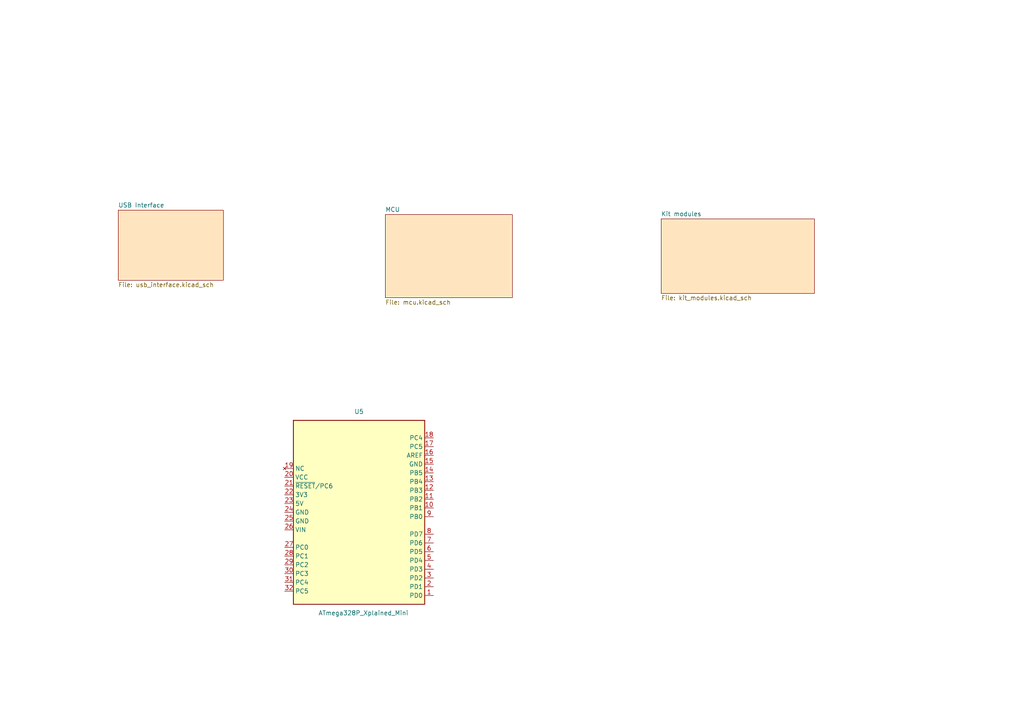
<source format=kicad_sch>
(kicad_sch (version 20230121) (generator eeschema)
  (paper "A4")
  (lib_symbols
    (symbol "kit_modules:ATmega328P_Xplained_mini"
      (property "Reference" "U" (at -8.89 -7.62 0))
      (symbol "ATmega328P_Xplained_mini_0_1"
        (rectangle (start -10.16 -8.89) (end 27.94 -62.23) (stroke (width 0.254)) (fill (type background)))
      )
      (symbol "ATmega328P_Xplained_mini_1_1"
        (pin bidirectional line (at 30.48 -59.69 180) (length 2.54) (name "PD0") (number "1"))
        (pin bidirectional line (at 30.48 -34.29 180) (length 2.54) (name "PB1") (number "10"))
        (pin bidirectional line (at 30.48 -31.75 180) (length 2.54) (name "PB2") (number "11"))
        (pin bidirectional line (at 30.48 -29.21 180) (length 2.54) (name "PB3") (number "12"))
        (pin bidirectional line (at 30.48 -26.67 180) (length 2.54) (name "PB4") (number "13"))
        (pin bidirectional line (at 30.48 -24.13 180) (length 2.54) (name "PB5") (number "14"))
        (pin power_in line (at 30.48 -21.59 180) (length 2.54) (name "GND") (number "15"))
        (pin passive line (at 30.48 -19.05 180) (length 2.54) (name "AREF") (number "16"))
        (pin bidirectional line (at 30.48 -16.51 180) (length 2.54) (name "PC5") (number "17"))
        (pin bidirectional line (at 30.48 -13.97 180) (length 2.54) (name "PC4") (number "18"))
        (pin no_connect line (at -12.7 -22.86 0) (length 2.54) (name "NC") (number "19"))
        (pin bidirectional line (at 30.48 -57.15 180) (length 2.54) (name "PD1") (number "2"))
        (pin power_in line (at -12.7 -25.4 0) (length 2.54) (name "VCC") (number "20"))
        (pin bidirectional line (at -12.7 -27.94 0) (length 2.54) (name "~{RESET}/PC6") (number "21"))
        (pin power_in line (at -12.7 -30.48 0) (length 2.54) (name "3V3") (number "22"))
        (pin power_in line (at -12.7 -33.02 0) (length 2.54) (name "5V") (number "23"))
        (pin power_in line (at -12.7 -35.56 0) (length 2.54) (name "GND") (number "24"))
        (pin power_in line (at -12.7 -38.1 0) (length 2.54) (name "GND") (number "25"))
        (pin power_in line (at -12.7 -40.64 0) (length 2.54) (name "VIN") (number "26"))
        (pin bidirectional line (at -12.7 -45.72 0) (length 2.54) (name "PC0") (number "27"))
        (pin bidirectional line (at -12.7 -48.26 0) (length 2.54) (name "PC1") (number "28"))
        (pin bidirectional line (at -12.7 -50.8 0) (length 2.54) (name "PC2") (number "29"))
        (pin bidirectional line (at 30.48 -54.61 180) (length 2.54) (name "PD2") (number "3"))
        (pin bidirectional line (at -12.7 -53.34 0) (length 2.54) (name "PC3") (number "30"))
        (pin bidirectional line (at -12.7 -55.88 0) (length 2.54) (name "PC4") (number "31"))
        (pin bidirectional line (at -12.7 -58.42 0) (length 2.54) (name "PC5") (number "32"))
        (pin bidirectional line (at 30.48 -52.07 180) (length 2.54) (name "PD3") (number "4"))
        (pin bidirectional line (at 30.48 -49.53 180) (length 2.54) (name "PD4") (number "5"))
        (pin bidirectional line (at 30.48 -46.99 180) (length 2.54) (name "PD5") (number "6"))
        (pin bidirectional line (at 30.48 -44.45 180) (length 2.54) (name "PD6") (number "7"))
        (pin bidirectional line (at 30.48 -41.91 180) (length 2.54) (name "PD7") (number "8"))
        (pin bidirectional line (at 30.48 -36.83 180) (length 2.54) (name "PB0") (number "9"))
      )
    )
  )
  (symbol (lib_id "kit_modules:ATmega328P_Xplained_mini") (at 95.25 113.03 0) (unit 1)
    (property "Reference" "U5" (at 104.14 119.38 0))
    (property "Value" "ATmega328P_Xplained_Mini" (at 105.41 177.8 0))
    (property "Footprint" "kit_modules:ATmega328P_Xplained_Mini" (effects hide))
  )
  (sheet (at 111.76 62.23) (size 36.83 24.13) (stroke (width 0.1524)) (fill (color 255 229 191 1.0000))
    (property "Sheetname" "MCU" (at 111.76 61.5184 0) (effects (justify left bottom)))
    (property "Sheetfile" "mcu.kicad_sch" (at 111.76 86.9446 0) (effects (justify left top)))
  )
  (sheet (at 191.77 63.5) (size 44.45 21.59) (stroke (width 0.1524)) (fill (color 255 229 191 1.0000))
    (property "Sheetname" "Kit modules" (at 191.77 62.7884 0) (effects (justify left bottom)))
    (property "Sheetfile" "kit_modules.kicad_sch" (at 191.77 85.6746 0) (effects (justify left top)))
  )
  (sheet (at 34.29 60.96) (size 30.48 20.32) (stroke (width 0.1524)) (fill (color 255 229 191 1.0000))
    (property "Sheetname" "USB Interface" (at 34.29 60.2484 0) (effects (justify left bottom)))
    (property "Sheetfile" "usb_interface.kicad_sch" (at 34.29 81.8646 0) (effects (justify left top)))
  )
)
</source>
